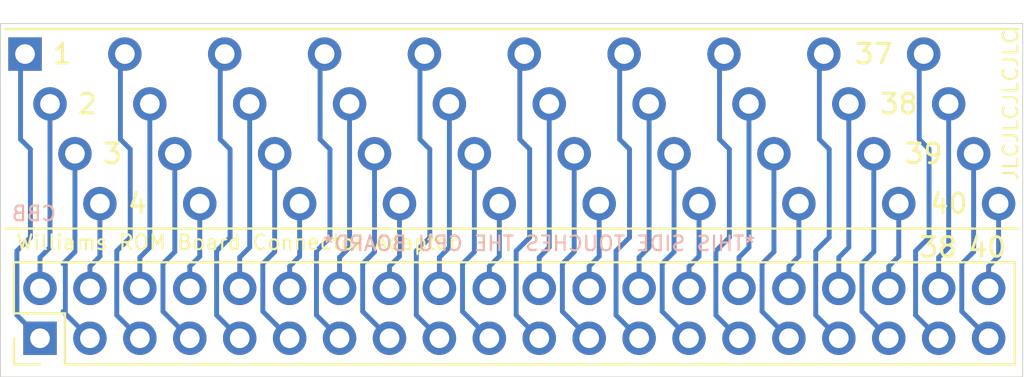
<source format=kicad_pcb>
(kicad_pcb (version 20171130) (host pcbnew "(5.1.9)-1")

  (general
    (thickness 1.6)
    (drawings 10)
    (tracks 162)
    (zones 0)
    (modules 2)
    (nets 41)
  )

  (page A4)
  (layers
    (0 F.Cu signal)
    (31 B.Cu signal)
    (32 B.Adhes user)
    (33 F.Adhes user)
    (34 B.Paste user)
    (35 F.Paste user)
    (36 B.SilkS user)
    (37 F.SilkS user)
    (38 B.Mask user)
    (39 F.Mask user)
    (40 Dwgs.User user)
    (41 Cmts.User user)
    (42 Eco1.User user)
    (43 Eco2.User user)
    (44 Edge.Cuts user)
    (45 Margin user)
    (46 B.CrtYd user hide)
    (47 F.CrtYd user hide)
    (48 B.Fab user hide)
    (49 F.Fab user hide)
  )

  (setup
    (last_trace_width 0.25)
    (trace_clearance 0.2)
    (zone_clearance 0.508)
    (zone_45_only no)
    (trace_min 0.2)
    (via_size 0.8)
    (via_drill 0.4)
    (via_min_size 0.4)
    (via_min_drill 0.3)
    (uvia_size 0.3)
    (uvia_drill 0.1)
    (uvias_allowed no)
    (uvia_min_size 0.2)
    (uvia_min_drill 0.1)
    (edge_width 0.05)
    (segment_width 0.2)
    (pcb_text_width 0.3)
    (pcb_text_size 1.5 1.5)
    (mod_edge_width 0.12)
    (mod_text_size 1 1)
    (mod_text_width 0.15)
    (pad_size 1.7 1.7)
    (pad_drill 1)
    (pad_to_mask_clearance 0)
    (aux_axis_origin 0 0)
    (visible_elements 7FFFFFFF)
    (pcbplotparams
      (layerselection 0x010f0_ffffffff)
      (usegerberextensions false)
      (usegerberattributes true)
      (usegerberadvancedattributes true)
      (creategerberjobfile true)
      (excludeedgelayer true)
      (linewidth 0.100000)
      (plotframeref false)
      (viasonmask false)
      (mode 1)
      (useauxorigin false)
      (hpglpennumber 1)
      (hpglpenspeed 20)
      (hpglpendiameter 15.000000)
      (psnegative false)
      (psa4output false)
      (plotreference true)
      (plotvalue true)
      (plotinvisibletext false)
      (padsonsilk false)
      (subtractmaskfromsilk false)
      (outputformat 1)
      (mirror false)
      (drillshape 0)
      (scaleselection 1)
      (outputdirectory "v1/"))
  )

  (net 0 "")
  (net 1 "Net-(J1-Pad1)")
  (net 2 "Net-(J1-Pad2)")
  (net 3 "Net-(J1-Pad3)")
  (net 4 "Net-(J1-Pad4)")
  (net 5 "Net-(J1-Pad5)")
  (net 6 "Net-(J1-Pad6)")
  (net 7 "Net-(J1-Pad7)")
  (net 8 "Net-(J1-Pad8)")
  (net 9 "Net-(J1-Pad9)")
  (net 10 "Net-(J1-Pad10)")
  (net 11 "Net-(J1-Pad11)")
  (net 12 "Net-(J1-Pad12)")
  (net 13 "Net-(J1-Pad13)")
  (net 14 "Net-(J1-Pad14)")
  (net 15 "Net-(J1-Pad15)")
  (net 16 "Net-(J1-Pad16)")
  (net 17 "Net-(J1-Pad17)")
  (net 18 "Net-(J1-Pad18)")
  (net 19 "Net-(J1-Pad19)")
  (net 20 "Net-(J1-Pad20)")
  (net 21 "Net-(J1-Pad21)")
  (net 22 "Net-(J1-Pad22)")
  (net 23 "Net-(J1-Pad23)")
  (net 24 "Net-(J1-Pad24)")
  (net 25 "Net-(J1-Pad25)")
  (net 26 "Net-(J1-Pad26)")
  (net 27 "Net-(J1-Pad27)")
  (net 28 "Net-(J1-Pad28)")
  (net 29 "Net-(J1-Pad29)")
  (net 30 "Net-(J1-Pad30)")
  (net 31 "Net-(J1-Pad31)")
  (net 32 "Net-(J1-Pad32)")
  (net 33 "Net-(J1-Pad33)")
  (net 34 "Net-(J1-Pad34)")
  (net 35 "Net-(J1-Pad35)")
  (net 36 "Net-(J1-Pad36)")
  (net 37 "Net-(J1-Pad37)")
  (net 38 "Net-(J1-Pad38)")
  (net 39 "Net-(J1-Pad39)")
  (net 40 "Net-(J1-Pad40)")

  (net_class Default "This is the default net class."
    (clearance 0.2)
    (trace_width 0.25)
    (via_dia 0.8)
    (via_drill 0.4)
    (uvia_dia 0.3)
    (uvia_drill 0.1)
    (add_net "Net-(J1-Pad1)")
    (add_net "Net-(J1-Pad10)")
    (add_net "Net-(J1-Pad11)")
    (add_net "Net-(J1-Pad12)")
    (add_net "Net-(J1-Pad13)")
    (add_net "Net-(J1-Pad14)")
    (add_net "Net-(J1-Pad15)")
    (add_net "Net-(J1-Pad16)")
    (add_net "Net-(J1-Pad17)")
    (add_net "Net-(J1-Pad18)")
    (add_net "Net-(J1-Pad19)")
    (add_net "Net-(J1-Pad2)")
    (add_net "Net-(J1-Pad20)")
    (add_net "Net-(J1-Pad21)")
    (add_net "Net-(J1-Pad22)")
    (add_net "Net-(J1-Pad23)")
    (add_net "Net-(J1-Pad24)")
    (add_net "Net-(J1-Pad25)")
    (add_net "Net-(J1-Pad26)")
    (add_net "Net-(J1-Pad27)")
    (add_net "Net-(J1-Pad28)")
    (add_net "Net-(J1-Pad29)")
    (add_net "Net-(J1-Pad3)")
    (add_net "Net-(J1-Pad30)")
    (add_net "Net-(J1-Pad31)")
    (add_net "Net-(J1-Pad32)")
    (add_net "Net-(J1-Pad33)")
    (add_net "Net-(J1-Pad34)")
    (add_net "Net-(J1-Pad35)")
    (add_net "Net-(J1-Pad36)")
    (add_net "Net-(J1-Pad37)")
    (add_net "Net-(J1-Pad38)")
    (add_net "Net-(J1-Pad39)")
    (add_net "Net-(J1-Pad4)")
    (add_net "Net-(J1-Pad40)")
    (add_net "Net-(J1-Pad5)")
    (add_net "Net-(J1-Pad6)")
    (add_net "Net-(J1-Pad7)")
    (add_net "Net-(J1-Pad8)")
    (add_net "Net-(J1-Pad9)")
  )

  (module Defenderthing:defe (layer F.Cu) (tedit 61B3F3E3) (tstamp 61C1FD41)
    (at 64.108 29.364)
    (descr "Through hole straight pin header, 2x20, 1.00mm pitch, double rows")
    (tags "Through hole pin header THT 2x20 1.00mm double row")
    (path /61B2A78A)
    (fp_text reference J1 (at -22.86 2.54 90 unlocked) (layer F.SilkS) hide
      (effects (font (size 1 1) (thickness 0.15)))
    )
    (fp_text value Conn_01x40_Male (at 0 0) (layer F.Fab) hide
      (effects (font (size 1 1) (thickness 0.15)))
    )
    (fp_line (start -23.876 -5.08) (end 27.686 -5.08) (layer F.SilkS) (width 0.12))
    (fp_line (start -23.876 5.08) (end 27.686 5.08) (layer F.SilkS) (width 0.12))
    (fp_text user 37 (at 20.32 -3.81) (layer F.SilkS)
      (effects (font (size 1 1) (thickness 0.15)))
    )
    (fp_text user 38 (at 21.59 -1.27) (layer F.SilkS)
      (effects (font (size 1 1) (thickness 0.15)))
    )
    (fp_text user 39 (at 22.86 1.27) (layer F.SilkS)
      (effects (font (size 1 1) (thickness 0.15)))
    )
    (fp_text user 40 (at 24.13 3.81) (layer F.SilkS)
      (effects (font (size 1 1) (thickness 0.15)))
    )
    (fp_text user 4 (at -17.145 3.81) (layer F.SilkS)
      (effects (font (size 1 1) (thickness 0.15)))
    )
    (fp_text user 3 (at -18.415 1.27) (layer F.SilkS)
      (effects (font (size 1 1) (thickness 0.15)))
    )
    (fp_text user 2 (at -19.685 -1.27) (layer F.SilkS)
      (effects (font (size 1 1) (thickness 0.15)))
    )
    (fp_text user 1 (at -20.955 -3.81) (layer F.SilkS)
      (effects (font (size 1 1) (thickness 0.15)))
    )
    (fp_text user %R (at 0 -5.715) (layer F.Fab)
      (effects (font (size 1 1) (thickness 0.15)))
    )
    (pad 1 thru_hole rect (at -22.86 -3.81 90) (size 1.7 1.7) (drill 1) (layers *.Cu *.Mask)
      (net 1 "Net-(J1-Pad1)"))
    (pad 2 thru_hole oval (at -21.59 -1.27 90) (size 1.7 1.7) (drill 1) (layers *.Cu *.Mask)
      (net 2 "Net-(J1-Pad2)"))
    (pad 3 thru_hole oval (at -20.32 1.27 90) (size 1.7 1.7) (drill 1) (layers *.Cu *.Mask)
      (net 3 "Net-(J1-Pad3)"))
    (pad 4 thru_hole oval (at -19.05 3.81 90) (size 1.7 1.7) (drill 1) (layers *.Cu *.Mask)
      (net 4 "Net-(J1-Pad4)"))
    (pad 5 thru_hole oval (at -17.78 -3.81 90) (size 1.7 1.7) (drill 1) (layers *.Cu *.Mask)
      (net 5 "Net-(J1-Pad5)"))
    (pad 6 thru_hole oval (at -16.51 -1.27 90) (size 1.7 1.7) (drill 1) (layers *.Cu *.Mask)
      (net 6 "Net-(J1-Pad6)"))
    (pad 7 thru_hole oval (at -15.24 1.27 90) (size 1.7 1.7) (drill 1) (layers *.Cu *.Mask)
      (net 7 "Net-(J1-Pad7)"))
    (pad 8 thru_hole oval (at -13.97 3.81 90) (size 1.7 1.7) (drill 1) (layers *.Cu *.Mask)
      (net 8 "Net-(J1-Pad8)"))
    (pad 9 thru_hole oval (at -12.7 -3.81 90) (size 1.7 1.7) (drill 1) (layers *.Cu *.Mask)
      (net 9 "Net-(J1-Pad9)"))
    (pad 10 thru_hole oval (at -11.43 -1.27 90) (size 1.7 1.7) (drill 1) (layers *.Cu *.Mask)
      (net 10 "Net-(J1-Pad10)"))
    (pad 11 thru_hole oval (at -10.16 1.27 90) (size 1.7 1.7) (drill 1) (layers *.Cu *.Mask)
      (net 11 "Net-(J1-Pad11)"))
    (pad 12 thru_hole oval (at -8.89 3.81 90) (size 1.7 1.7) (drill 1) (layers *.Cu *.Mask)
      (net 12 "Net-(J1-Pad12)"))
    (pad 13 thru_hole oval (at -7.62 -3.81 90) (size 1.7 1.7) (drill 1) (layers *.Cu *.Mask)
      (net 13 "Net-(J1-Pad13)"))
    (pad 14 thru_hole oval (at -6.35 -1.27 90) (size 1.7 1.7) (drill 1) (layers *.Cu *.Mask)
      (net 14 "Net-(J1-Pad14)"))
    (pad 15 thru_hole oval (at -5.08 1.27 90) (size 1.7 1.7) (drill 1) (layers *.Cu *.Mask)
      (net 15 "Net-(J1-Pad15)"))
    (pad 16 thru_hole oval (at -3.81 3.81 90) (size 1.7 1.7) (drill 1) (layers *.Cu *.Mask)
      (net 16 "Net-(J1-Pad16)"))
    (pad 17 thru_hole oval (at -2.54 -3.81 90) (size 1.7 1.7) (drill 1) (layers *.Cu *.Mask)
      (net 17 "Net-(J1-Pad17)"))
    (pad 18 thru_hole oval (at -1.27 -1.27 90) (size 1.7 1.7) (drill 1) (layers *.Cu *.Mask)
      (net 18 "Net-(J1-Pad18)"))
    (pad 19 thru_hole oval (at 0 1.27 90) (size 1.7 1.7) (drill 1) (layers *.Cu *.Mask)
      (net 19 "Net-(J1-Pad19)"))
    (pad 20 thru_hole oval (at 1.27 3.81 90) (size 1.7 1.7) (drill 1) (layers *.Cu *.Mask)
      (net 20 "Net-(J1-Pad20)"))
    (pad 21 thru_hole oval (at 2.54 -3.81 90) (size 1.7 1.7) (drill 1) (layers *.Cu *.Mask)
      (net 21 "Net-(J1-Pad21)"))
    (pad 22 thru_hole oval (at 3.81 -1.27 90) (size 1.7 1.7) (drill 1) (layers *.Cu *.Mask)
      (net 22 "Net-(J1-Pad22)"))
    (pad 23 thru_hole oval (at 5.08 1.27 90) (size 1.7 1.7) (drill 1) (layers *.Cu *.Mask)
      (net 23 "Net-(J1-Pad23)"))
    (pad 24 thru_hole oval (at 6.35 3.81 90) (size 1.7 1.7) (drill 1) (layers *.Cu *.Mask)
      (net 24 "Net-(J1-Pad24)"))
    (pad 25 thru_hole oval (at 7.62 -3.81 90) (size 1.7 1.7) (drill 1) (layers *.Cu *.Mask)
      (net 25 "Net-(J1-Pad25)"))
    (pad 26 thru_hole oval (at 8.89 -1.27 90) (size 1.7 1.7) (drill 1) (layers *.Cu *.Mask)
      (net 26 "Net-(J1-Pad26)"))
    (pad 27 thru_hole oval (at 10.16 1.27 90) (size 1.7 1.7) (drill 1) (layers *.Cu *.Mask)
      (net 27 "Net-(J1-Pad27)"))
    (pad 28 thru_hole oval (at 11.43 3.81 90) (size 1.7 1.7) (drill 1) (layers *.Cu *.Mask)
      (net 28 "Net-(J1-Pad28)"))
    (pad 29 thru_hole oval (at 12.7 -3.81 90) (size 1.7 1.7) (drill 1) (layers *.Cu *.Mask)
      (net 29 "Net-(J1-Pad29)"))
    (pad 30 thru_hole oval (at 13.97 -1.27 90) (size 1.7 1.7) (drill 1) (layers *.Cu *.Mask)
      (net 30 "Net-(J1-Pad30)"))
    (pad 31 thru_hole oval (at 15.24 1.27 90) (size 1.7 1.7) (drill 1) (layers *.Cu *.Mask)
      (net 31 "Net-(J1-Pad31)"))
    (pad 32 thru_hole oval (at 16.51 3.81 90) (size 1.7 1.7) (drill 1) (layers *.Cu *.Mask)
      (net 32 "Net-(J1-Pad32)"))
    (pad 33 thru_hole oval (at 17.78 -3.81 90) (size 1.7 1.7) (drill 1) (layers *.Cu *.Mask)
      (net 33 "Net-(J1-Pad33)"))
    (pad 34 thru_hole oval (at 19.05 -1.27 90) (size 1.7 1.7) (drill 1) (layers *.Cu *.Mask)
      (net 34 "Net-(J1-Pad34)"))
    (pad 35 thru_hole oval (at 20.32 1.27 90) (size 1.7 1.7) (drill 1) (layers *.Cu *.Mask)
      (net 35 "Net-(J1-Pad35)"))
    (pad 36 thru_hole oval (at 21.59 3.81 90) (size 1.7 1.7) (drill 1) (layers *.Cu *.Mask)
      (net 36 "Net-(J1-Pad36)"))
    (pad 37 thru_hole oval (at 22.86 -3.81 90) (size 1.7 1.7) (drill 1) (layers *.Cu *.Mask)
      (net 37 "Net-(J1-Pad37)"))
    (pad 38 thru_hole oval (at 24.13 -1.27 90) (size 1.7 1.7) (drill 1) (layers *.Cu *.Mask)
      (net 38 "Net-(J1-Pad38)"))
    (pad 39 thru_hole oval (at 25.4 1.27 90) (size 1.7 1.7) (drill 1) (layers *.Cu *.Mask)
      (net 39 "Net-(J1-Pad39)"))
    (pad 40 thru_hole oval (at 26.67 3.81 90) (size 1.7 1.7) (drill 1) (layers *.Cu *.Mask)
      (net 40 "Net-(J1-Pad40)"))
  )

  (module Connector_PinHeader_2.54mm:PinHeader_2x20_P2.54mm_Vertical (layer F.Cu) (tedit 59FED5CC) (tstamp 61C1FD7F)
    (at 42.01 40.032 90)
    (descr "Through hole straight pin header, 2x20, 2.54mm pitch, double rows")
    (tags "Through hole pin header THT 2x20 2.54mm double row")
    (path /61B3342C)
    (fp_text reference J2 (at 1.27 -2.33 90) (layer F.SilkS) hide
      (effects (font (size 1 1) (thickness 0.15)))
    )
    (fp_text value Conn_01x40_Female (at 1.27 50.59 90) (layer F.Fab)
      (effects (font (size 1 1) (thickness 0.15)))
    )
    (fp_line (start 0 -1.27) (end 3.81 -1.27) (layer F.Fab) (width 0.1))
    (fp_line (start 3.81 -1.27) (end 3.81 49.53) (layer F.Fab) (width 0.1))
    (fp_line (start 3.81 49.53) (end -1.27 49.53) (layer F.Fab) (width 0.1))
    (fp_line (start -1.27 49.53) (end -1.27 0) (layer F.Fab) (width 0.1))
    (fp_line (start -1.27 0) (end 0 -1.27) (layer F.Fab) (width 0.1))
    (fp_line (start -1.33 49.59) (end 3.87 49.59) (layer F.SilkS) (width 0.12))
    (fp_line (start -1.33 1.27) (end -1.33 49.59) (layer F.SilkS) (width 0.12))
    (fp_line (start 3.87 -1.33) (end 3.87 49.59) (layer F.SilkS) (width 0.12))
    (fp_line (start -1.33 1.27) (end 1.27 1.27) (layer F.SilkS) (width 0.12))
    (fp_line (start 1.27 1.27) (end 1.27 -1.33) (layer F.SilkS) (width 0.12))
    (fp_line (start 1.27 -1.33) (end 3.87 -1.33) (layer F.SilkS) (width 0.12))
    (fp_line (start -1.33 0) (end -1.33 -1.33) (layer F.SilkS) (width 0.12))
    (fp_line (start -1.33 -1.33) (end 0 -1.33) (layer F.SilkS) (width 0.12))
    (fp_line (start -1.8 -1.8) (end -1.8 50.05) (layer F.CrtYd) (width 0.05))
    (fp_line (start -1.8 50.05) (end 4.35 50.05) (layer F.CrtYd) (width 0.05))
    (fp_line (start 4.35 50.05) (end 4.35 -1.8) (layer F.CrtYd) (width 0.05))
    (fp_line (start 4.35 -1.8) (end -1.8 -1.8) (layer F.CrtYd) (width 0.05))
    (fp_text user %R (at 1.27 24.13) (layer F.Fab)
      (effects (font (size 1 1) (thickness 0.15)))
    )
    (pad 40 thru_hole oval (at 2.54 48.26 90) (size 1.7 1.7) (drill 1) (layers *.Cu *.Mask)
      (net 40 "Net-(J1-Pad40)"))
    (pad 39 thru_hole oval (at 0 48.26 90) (size 1.7 1.7) (drill 1) (layers *.Cu *.Mask)
      (net 39 "Net-(J1-Pad39)"))
    (pad 38 thru_hole oval (at 2.54 45.72 90) (size 1.7 1.7) (drill 1) (layers *.Cu *.Mask)
      (net 38 "Net-(J1-Pad38)"))
    (pad 37 thru_hole oval (at 0 45.72 90) (size 1.7 1.7) (drill 1) (layers *.Cu *.Mask)
      (net 37 "Net-(J1-Pad37)"))
    (pad 36 thru_hole oval (at 2.54 43.18 90) (size 1.7 1.7) (drill 1) (layers *.Cu *.Mask)
      (net 36 "Net-(J1-Pad36)"))
    (pad 35 thru_hole oval (at 0 43.18 90) (size 1.7 1.7) (drill 1) (layers *.Cu *.Mask)
      (net 35 "Net-(J1-Pad35)"))
    (pad 34 thru_hole oval (at 2.54 40.64 90) (size 1.7 1.7) (drill 1) (layers *.Cu *.Mask)
      (net 34 "Net-(J1-Pad34)"))
    (pad 33 thru_hole oval (at 0 40.64 90) (size 1.7 1.7) (drill 1) (layers *.Cu *.Mask)
      (net 33 "Net-(J1-Pad33)"))
    (pad 32 thru_hole oval (at 2.54 38.1 90) (size 1.7 1.7) (drill 1) (layers *.Cu *.Mask)
      (net 32 "Net-(J1-Pad32)"))
    (pad 31 thru_hole oval (at 0 38.1 90) (size 1.7 1.7) (drill 1) (layers *.Cu *.Mask)
      (net 31 "Net-(J1-Pad31)"))
    (pad 30 thru_hole oval (at 2.54 35.56 90) (size 1.7 1.7) (drill 1) (layers *.Cu *.Mask)
      (net 30 "Net-(J1-Pad30)"))
    (pad 29 thru_hole oval (at 0 35.56 90) (size 1.7 1.7) (drill 1) (layers *.Cu *.Mask)
      (net 29 "Net-(J1-Pad29)"))
    (pad 28 thru_hole oval (at 2.54 33.02 90) (size 1.7 1.7) (drill 1) (layers *.Cu *.Mask)
      (net 28 "Net-(J1-Pad28)"))
    (pad 27 thru_hole oval (at 0 33.02 90) (size 1.7 1.7) (drill 1) (layers *.Cu *.Mask)
      (net 27 "Net-(J1-Pad27)"))
    (pad 26 thru_hole oval (at 2.54 30.48 90) (size 1.7 1.7) (drill 1) (layers *.Cu *.Mask)
      (net 26 "Net-(J1-Pad26)"))
    (pad 25 thru_hole oval (at 0 30.48 90) (size 1.7 1.7) (drill 1) (layers *.Cu *.Mask)
      (net 25 "Net-(J1-Pad25)"))
    (pad 24 thru_hole oval (at 2.54 27.94 90) (size 1.7 1.7) (drill 1) (layers *.Cu *.Mask)
      (net 24 "Net-(J1-Pad24)"))
    (pad 23 thru_hole oval (at 0 27.94 90) (size 1.7 1.7) (drill 1) (layers *.Cu *.Mask)
      (net 23 "Net-(J1-Pad23)"))
    (pad 22 thru_hole oval (at 2.54 25.4 90) (size 1.7 1.7) (drill 1) (layers *.Cu *.Mask)
      (net 22 "Net-(J1-Pad22)"))
    (pad 21 thru_hole oval (at 0 25.4 90) (size 1.7 1.7) (drill 1) (layers *.Cu *.Mask)
      (net 21 "Net-(J1-Pad21)"))
    (pad 20 thru_hole oval (at 2.54 22.86 90) (size 1.7 1.7) (drill 1) (layers *.Cu *.Mask)
      (net 20 "Net-(J1-Pad20)"))
    (pad 19 thru_hole oval (at 0 22.86 90) (size 1.7 1.7) (drill 1) (layers *.Cu *.Mask)
      (net 19 "Net-(J1-Pad19)"))
    (pad 18 thru_hole oval (at 2.54 20.32 90) (size 1.7 1.7) (drill 1) (layers *.Cu *.Mask)
      (net 18 "Net-(J1-Pad18)"))
    (pad 17 thru_hole oval (at 0 20.32 90) (size 1.7 1.7) (drill 1) (layers *.Cu *.Mask)
      (net 17 "Net-(J1-Pad17)"))
    (pad 16 thru_hole oval (at 2.54 17.78 90) (size 1.7 1.7) (drill 1) (layers *.Cu *.Mask)
      (net 16 "Net-(J1-Pad16)"))
    (pad 15 thru_hole oval (at 0 17.78 90) (size 1.7 1.7) (drill 1) (layers *.Cu *.Mask)
      (net 15 "Net-(J1-Pad15)"))
    (pad 14 thru_hole oval (at 2.54 15.24 90) (size 1.7 1.7) (drill 1) (layers *.Cu *.Mask)
      (net 14 "Net-(J1-Pad14)"))
    (pad 13 thru_hole oval (at 0 15.24 90) (size 1.7 1.7) (drill 1) (layers *.Cu *.Mask)
      (net 13 "Net-(J1-Pad13)"))
    (pad 12 thru_hole oval (at 2.54 12.7 90) (size 1.7 1.7) (drill 1) (layers *.Cu *.Mask)
      (net 12 "Net-(J1-Pad12)"))
    (pad 11 thru_hole oval (at 0 12.7 90) (size 1.7 1.7) (drill 1) (layers *.Cu *.Mask)
      (net 11 "Net-(J1-Pad11)"))
    (pad 10 thru_hole oval (at 2.54 10.16 90) (size 1.7 1.7) (drill 1) (layers *.Cu *.Mask)
      (net 10 "Net-(J1-Pad10)"))
    (pad 9 thru_hole oval (at 0 10.16 90) (size 1.7 1.7) (drill 1) (layers *.Cu *.Mask)
      (net 9 "Net-(J1-Pad9)"))
    (pad 8 thru_hole oval (at 2.54 7.62 90) (size 1.7 1.7) (drill 1) (layers *.Cu *.Mask)
      (net 8 "Net-(J1-Pad8)"))
    (pad 7 thru_hole oval (at 0 7.62 90) (size 1.7 1.7) (drill 1) (layers *.Cu *.Mask)
      (net 7 "Net-(J1-Pad7)"))
    (pad 6 thru_hole oval (at 2.54 5.08 90) (size 1.7 1.7) (drill 1) (layers *.Cu *.Mask)
      (net 6 "Net-(J1-Pad6)"))
    (pad 5 thru_hole oval (at 0 5.08 90) (size 1.7 1.7) (drill 1) (layers *.Cu *.Mask)
      (net 5 "Net-(J1-Pad5)"))
    (pad 4 thru_hole oval (at 2.54 2.54 90) (size 1.7 1.7) (drill 1) (layers *.Cu *.Mask)
      (net 4 "Net-(J1-Pad4)"))
    (pad 3 thru_hole oval (at 0 2.54 90) (size 1.7 1.7) (drill 1) (layers *.Cu *.Mask)
      (net 3 "Net-(J1-Pad3)"))
    (pad 2 thru_hole oval (at 2.54 0 90) (size 1.7 1.7) (drill 1) (layers *.Cu *.Mask)
      (net 2 "Net-(J1-Pad2)"))
    (pad 1 thru_hole rect (at 0 0 90) (size 1.7 1.7) (drill 1) (layers *.Cu *.Mask)
      (net 1 "Net-(J1-Pad1)"))
    (model ${KISYS3DMOD}/Connector_PinHeader_2.54mm.3dshapes/PinHeader_2x20_P2.54mm_Vertical.wrl
      (at (xyz 0 0 0))
      (scale (xyz 1 1 1))
      (rotate (xyz 0 0 0))
    )
  )

  (gr_line (start 40 42) (end 40 24) (layer Edge.Cuts) (width 0.05) (tstamp 61BB59DA))
  (gr_line (start 92 42) (end 40 42) (layer Edge.Cuts) (width 0.05))
  (gr_line (start 92 24) (end 92 42) (layer Edge.Cuts) (width 0.05))
  (gr_line (start 40 24) (end 92 24) (layer Edge.Cuts) (width 0.05))
  (gr_text "*THIS SIDE TOUCHES THE CPU BOARD*" (at 67.41 35.206) (layer B.SilkS) (tstamp 61B470F9)
    (effects (font (size 0.75 0.75) (thickness 0.11)) (justify mirror))
  )
  (gr_text CBB (at 42.899 33.682) (layer B.SilkS) (tstamp 61B46F07)
    (effects (font (size 0.75 0.75) (thickness 0.11)) (justify left mirror))
  )
  (gr_text "JLCJLCJLCJLC\n" (at 91.392 28.15 90) (layer F.SilkS) (tstamp 61C20129)
    (effects (font (size 0.75 0.75) (thickness 0.11)))
  )
  (gr_text 38 (at 87.7 35.4) (layer F.SilkS)
    (effects (font (size 1 1) (thickness 0.15)))
  )
  (gr_text 40 (at 90.2 35.4) (layer F.SilkS)
    (effects (font (size 1 1) (thickness 0.15)))
  )
  (gr_text "Williams ROM Board Connector Adapter " (at 40.74 35.15) (layer F.SilkS)
    (effects (font (size 0.75 0.75) (thickness 0.11)) (justify left))
  )

  (segment (start 41.52 34.9) (end 41.52 30.4) (width 0.25) (layer B.Cu) (net 1) (tstamp 61B46B34))
  (segment (start 42.01 40.032) (end 40.834999 38.856999) (width 0.25) (layer B.Cu) (net 1) (tstamp 61B46B38))
  (segment (start 41.02 29.9) (end 41.02 25.782) (width 0.25) (layer B.Cu) (net 1) (tstamp 61B46B3A))
  (segment (start 40.834999 35.585001) (end 41.52 34.9) (width 0.25) (layer B.Cu) (net 1) (tstamp 61B46B3B))
  (segment (start 41.52 30.4) (end 41.02 29.9) (width 0.25) (layer B.Cu) (net 1) (tstamp 61B46B41))
  (segment (start 40.834999 38.856999) (end 40.834999 35.585001) (width 0.25) (layer B.Cu) (net 1) (tstamp 61B46B43))
  (segment (start 42.518 35.402) (end 42.518 28.094) (width 0.25) (layer B.Cu) (net 2) (tstamp 61B46B35))
  (segment (start 42.01 37.492) (end 42.01 35.91) (width 0.25) (layer B.Cu) (net 2) (tstamp 61B46B37))
  (segment (start 42.01 35.91) (end 42.518 35.402) (width 0.25) (layer B.Cu) (net 2) (tstamp 61B46B3C))
  (segment (start 43.185001 36.234999) (end 43.788 35.632) (width 0.25) (layer B.Cu) (net 3) (tstamp 61B46B39))
  (segment (start 43.3 38.667001) (end 43.3 36.234999) (width 0.25) (layer B.Cu) (net 3) (tstamp 61B46B3E))
  (segment (start 43.788 35.632) (end 43.788 30.634) (width 0.25) (layer B.Cu) (net 3) (tstamp 61B46B40))
  (segment (start 44.55 40.032) (end 43.185001 38.667001) (width 0.25) (layer B.Cu) (net 3) (tstamp 61B46B42))
  (segment (start 45.058 35.862) (end 45.058 33.174) (width 0.25) (layer B.Cu) (net 4) (tstamp 61B46B36))
  (segment (start 44.55 36.37) (end 45.058 35.862) (width 0.25) (layer B.Cu) (net 4) (tstamp 61B46B3D))
  (segment (start 44.55 37.492) (end 44.55 36.37) (width 0.25) (layer B.Cu) (net 4) (tstamp 61B46B3F))
  (segment (start 45.914999 38.856999) (end 45.914999 35.585001) (width 0.25) (layer B.Cu) (net 5))
  (segment (start 47.09 40.032) (end 45.914999 38.856999) (width 0.25) (layer B.Cu) (net 5))
  (segment (start 45.914999 35.585001) (end 46.6 34.9) (width 0.25) (layer B.Cu) (net 5))
  (segment (start 46.6 34.9) (end 46.6 30.4) (width 0.25) (layer B.Cu) (net 5))
  (segment (start 46.6 30.4) (end 46.1 29.9) (width 0.25) (layer B.Cu) (net 5))
  (segment (start 46.1 25.782) (end 46.328 25.554) (width 0.25) (layer B.Cu) (net 5))
  (segment (start 46.1 29.9) (end 46.1 25.782) (width 0.25) (layer B.Cu) (net 5))
  (segment (start 47.09 37.492) (end 47.09 35.91) (width 0.25) (layer B.Cu) (net 6))
  (segment (start 47.598 35.402) (end 47.598 28.094) (width 0.25) (layer B.Cu) (net 6))
  (segment (start 47.09 35.91) (end 47.598 35.402) (width 0.25) (layer B.Cu) (net 6))
  (segment (start 48.265001 38.667001) (end 48.265001 36.234999) (width 0.25) (layer B.Cu) (net 7))
  (segment (start 49.63 40.032) (end 48.265001 38.667001) (width 0.25) (layer B.Cu) (net 7))
  (segment (start 48.868 35.632) (end 48.868 30.634) (width 0.25) (layer B.Cu) (net 7))
  (segment (start 48.265001 36.234999) (end 48.868 35.632) (width 0.25) (layer B.Cu) (net 7))
  (segment (start 49.63 37.492) (end 49.63 36.37) (width 0.25) (layer B.Cu) (net 8))
  (segment (start 50.138 35.862) (end 50.138 33.174) (width 0.25) (layer B.Cu) (net 8))
  (segment (start 49.63 36.37) (end 50.138 35.862) (width 0.25) (layer B.Cu) (net 8))
  (segment (start 51.68 34.9) (end 51.68 30.4) (width 0.25) (layer B.Cu) (net 9) (tstamp 61B46B34))
  (segment (start 52.17 40.032) (end 50.994999 38.856999) (width 0.25) (layer B.Cu) (net 9) (tstamp 61B46B38))
  (segment (start 51.18 29.9) (end 51.18 25.782) (width 0.25) (layer B.Cu) (net 9) (tstamp 61B46B3A))
  (segment (start 50.994999 35.585001) (end 51.68 34.9) (width 0.25) (layer B.Cu) (net 9) (tstamp 61B46B3B))
  (segment (start 51.68 30.4) (end 51.18 29.9) (width 0.25) (layer B.Cu) (net 9) (tstamp 61B46B41))
  (segment (start 50.994999 38.856999) (end 50.994999 35.585001) (width 0.25) (layer B.Cu) (net 9) (tstamp 61B46B43))
  (segment (start 52.678 35.402) (end 52.678 28.094) (width 0.25) (layer B.Cu) (net 10) (tstamp 61B46B35))
  (segment (start 52.17 37.492) (end 52.17 35.91) (width 0.25) (layer B.Cu) (net 10) (tstamp 61B46B37))
  (segment (start 52.17 35.91) (end 52.678 35.402) (width 0.25) (layer B.Cu) (net 10) (tstamp 61B46B3C))
  (segment (start 53.345001 36.234999) (end 53.948 35.632) (width 0.25) (layer B.Cu) (net 11) (tstamp 61B46B39))
  (segment (start 53.345001 38.667001) (end 53.345001 36.234999) (width 0.25) (layer B.Cu) (net 11) (tstamp 61B46B3E))
  (segment (start 53.948 35.632) (end 53.948 30.634) (width 0.25) (layer B.Cu) (net 11) (tstamp 61B46B40))
  (segment (start 54.71 40.032) (end 53.345001 38.667001) (width 0.25) (layer B.Cu) (net 11) (tstamp 61B46B42))
  (segment (start 55.218 35.862) (end 55.218 33.174) (width 0.25) (layer B.Cu) (net 12) (tstamp 61B46B36))
  (segment (start 54.71 36.37) (end 55.218 35.862) (width 0.25) (layer B.Cu) (net 12) (tstamp 61B46B3D))
  (segment (start 54.71 37.492) (end 54.71 36.37) (width 0.25) (layer B.Cu) (net 12) (tstamp 61B46B3F))
  (segment (start 56.76 34.9) (end 56.76 30.4) (width 0.25) (layer B.Cu) (net 13) (tstamp 61B46B34))
  (segment (start 57.25 40.032) (end 56.074999 38.856999) (width 0.25) (layer B.Cu) (net 13) (tstamp 61B46B38))
  (segment (start 56.26 29.9) (end 56.26 25.782) (width 0.25) (layer B.Cu) (net 13) (tstamp 61B46B3A))
  (segment (start 56.074999 35.585001) (end 56.76 34.9) (width 0.25) (layer B.Cu) (net 13) (tstamp 61B46B3B))
  (segment (start 56.76 30.4) (end 56.26 29.9) (width 0.25) (layer B.Cu) (net 13) (tstamp 61B46B41))
  (segment (start 56.074999 38.856999) (end 56.074999 35.585001) (width 0.25) (layer B.Cu) (net 13) (tstamp 61B46B43))
  (segment (start 57.758 35.402) (end 57.758 28.094) (width 0.25) (layer B.Cu) (net 14) (tstamp 61B46B35))
  (segment (start 57.25 37.492) (end 57.25 35.91) (width 0.25) (layer B.Cu) (net 14) (tstamp 61B46B37))
  (segment (start 57.25 35.91) (end 57.758 35.402) (width 0.25) (layer B.Cu) (net 14) (tstamp 61B46B3C))
  (segment (start 58.425001 36.234999) (end 59.028 35.632) (width 0.25) (layer B.Cu) (net 15) (tstamp 61B46B39))
  (segment (start 58.425001 38.667001) (end 58.425001 36.234999) (width 0.25) (layer B.Cu) (net 15) (tstamp 61B46B3E))
  (segment (start 59.028 35.632) (end 59.028 30.634) (width 0.25) (layer B.Cu) (net 15) (tstamp 61B46B40))
  (segment (start 59.79 40.032) (end 58.425001 38.667001) (width 0.25) (layer B.Cu) (net 15) (tstamp 61B46B42))
  (segment (start 60.298 35.862) (end 60.298 33.174) (width 0.25) (layer B.Cu) (net 16) (tstamp 61B46B36))
  (segment (start 59.79 36.37) (end 60.298 35.862) (width 0.25) (layer B.Cu) (net 16) (tstamp 61B46B3D))
  (segment (start 59.79 37.492) (end 59.79 36.37) (width 0.25) (layer B.Cu) (net 16) (tstamp 61B46B3F))
  (segment (start 61.84 34.9) (end 61.84 30.4) (width 0.25) (layer B.Cu) (net 17) (tstamp 61B46B34))
  (segment (start 62.33 40.032) (end 61.154999 38.856999) (width 0.25) (layer B.Cu) (net 17) (tstamp 61B46B38))
  (segment (start 61.34 29.9) (end 61.34 25.782) (width 0.25) (layer B.Cu) (net 17) (tstamp 61B46B3A))
  (segment (start 61.154999 35.585001) (end 61.84 34.9) (width 0.25) (layer B.Cu) (net 17) (tstamp 61B46B3B))
  (segment (start 61.84 30.4) (end 61.34 29.9) (width 0.25) (layer B.Cu) (net 17) (tstamp 61B46B41))
  (segment (start 61.154999 38.856999) (end 61.154999 35.585001) (width 0.25) (layer B.Cu) (net 17) (tstamp 61B46B43))
  (segment (start 62.838 35.402) (end 62.838 28.094) (width 0.25) (layer B.Cu) (net 18) (tstamp 61B46B35))
  (segment (start 62.33 37.492) (end 62.33 35.91) (width 0.25) (layer B.Cu) (net 18) (tstamp 61B46B37))
  (segment (start 62.33 35.91) (end 62.838 35.402) (width 0.25) (layer B.Cu) (net 18) (tstamp 61B46B3C))
  (segment (start 63.505001 36.234999) (end 64.108 35.632) (width 0.25) (layer B.Cu) (net 19) (tstamp 61B46B39))
  (segment (start 63.505001 38.667001) (end 63.505001 36.234999) (width 0.25) (layer B.Cu) (net 19) (tstamp 61B46B3E))
  (segment (start 64.108 35.632) (end 64.108 30.634) (width 0.25) (layer B.Cu) (net 19) (tstamp 61B46B40))
  (segment (start 64.87 40.032) (end 63.505001 38.667001) (width 0.25) (layer B.Cu) (net 19) (tstamp 61B46B42))
  (segment (start 65.378 35.862) (end 65.378 33.174) (width 0.25) (layer B.Cu) (net 20) (tstamp 61B46B36))
  (segment (start 64.87 36.37) (end 65.378 35.862) (width 0.25) (layer B.Cu) (net 20) (tstamp 61B46B3D))
  (segment (start 64.87 37.492) (end 64.87 36.37) (width 0.25) (layer B.Cu) (net 20) (tstamp 61B46B3F))
  (segment (start 66.92 34.9) (end 66.92 30.4) (width 0.25) (layer B.Cu) (net 21) (tstamp 61B46B34))
  (segment (start 67.41 40.032) (end 66.234999 38.856999) (width 0.25) (layer B.Cu) (net 21) (tstamp 61B46B38))
  (segment (start 66.42 29.9) (end 66.42 25.782) (width 0.25) (layer B.Cu) (net 21) (tstamp 61B46B3A))
  (segment (start 66.234999 35.585001) (end 66.92 34.9) (width 0.25) (layer B.Cu) (net 21) (tstamp 61B46B3B))
  (segment (start 66.92 30.4) (end 66.42 29.9) (width 0.25) (layer B.Cu) (net 21) (tstamp 61B46B41))
  (segment (start 66.234999 38.856999) (end 66.234999 35.585001) (width 0.25) (layer B.Cu) (net 21) (tstamp 61B46B43))
  (segment (start 67.918 35.402) (end 67.918 28.094) (width 0.25) (layer B.Cu) (net 22) (tstamp 61B46B35))
  (segment (start 67.41 37.492) (end 67.41 35.91) (width 0.25) (layer B.Cu) (net 22) (tstamp 61B46B37))
  (segment (start 67.41 35.91) (end 67.918 35.402) (width 0.25) (layer B.Cu) (net 22) (tstamp 61B46B3C))
  (segment (start 68.585001 36.234999) (end 69.188 35.632) (width 0.25) (layer B.Cu) (net 23) (tstamp 61B46B39))
  (segment (start 68.585001 38.667001) (end 68.585001 36.234999) (width 0.25) (layer B.Cu) (net 23) (tstamp 61B46B3E))
  (segment (start 69.188 35.632) (end 69.188 30.634) (width 0.25) (layer B.Cu) (net 23) (tstamp 61B46B40))
  (segment (start 69.95 40.032) (end 68.585001 38.667001) (width 0.25) (layer B.Cu) (net 23) (tstamp 61B46B42))
  (segment (start 70.458 35.862) (end 70.458 33.174) (width 0.25) (layer B.Cu) (net 24) (tstamp 61B46B36))
  (segment (start 69.95 36.37) (end 70.458 35.862) (width 0.25) (layer B.Cu) (net 24) (tstamp 61B46B3D))
  (segment (start 69.95 37.492) (end 69.95 36.37) (width 0.25) (layer B.Cu) (net 24) (tstamp 61B46B3F))
  (segment (start 72 34.9) (end 72 30.4) (width 0.25) (layer B.Cu) (net 25) (tstamp 61B46B34))
  (segment (start 72.49 40.032) (end 71.314999 38.856999) (width 0.25) (layer B.Cu) (net 25) (tstamp 61B46B38))
  (segment (start 71.5 29.9) (end 71.5 25.782) (width 0.25) (layer B.Cu) (net 25) (tstamp 61B46B3A))
  (segment (start 71.314999 35.585001) (end 72 34.9) (width 0.25) (layer B.Cu) (net 25) (tstamp 61B46B3B))
  (segment (start 72 30.4) (end 71.5 29.9) (width 0.25) (layer B.Cu) (net 25) (tstamp 61B46B41))
  (segment (start 71.314999 38.856999) (end 71.314999 35.585001) (width 0.25) (layer B.Cu) (net 25) (tstamp 61B46B43))
  (segment (start 72.998 35.402) (end 72.998 28.094) (width 0.25) (layer B.Cu) (net 26) (tstamp 61B46B35))
  (segment (start 72.49 37.492) (end 72.49 35.91) (width 0.25) (layer B.Cu) (net 26) (tstamp 61B46B37))
  (segment (start 72.49 35.91) (end 72.998 35.402) (width 0.25) (layer B.Cu) (net 26) (tstamp 61B46B3C))
  (segment (start 73.665001 36.234999) (end 74.268 35.632) (width 0.25) (layer B.Cu) (net 27) (tstamp 61B46B39))
  (segment (start 73.665001 38.667001) (end 73.665001 36.234999) (width 0.25) (layer B.Cu) (net 27) (tstamp 61B46B3E))
  (segment (start 74.268 35.632) (end 74.268 30.634) (width 0.25) (layer B.Cu) (net 27) (tstamp 61B46B40))
  (segment (start 75.03 40.032) (end 73.665001 38.667001) (width 0.25) (layer B.Cu) (net 27) (tstamp 61B46B42))
  (segment (start 75.538 35.862) (end 75.538 33.174) (width 0.25) (layer B.Cu) (net 28) (tstamp 61B46B36))
  (segment (start 75.03 36.37) (end 75.538 35.862) (width 0.25) (layer B.Cu) (net 28) (tstamp 61B46B3D))
  (segment (start 75.03 37.492) (end 75.03 36.37) (width 0.25) (layer B.Cu) (net 28) (tstamp 61B46B3F))
  (segment (start 77.08 34.9) (end 77.08 30.4) (width 0.25) (layer B.Cu) (net 29) (tstamp 61B46B34))
  (segment (start 77.57 40.032) (end 76.394999 38.856999) (width 0.25) (layer B.Cu) (net 29) (tstamp 61B46B38))
  (segment (start 76.58 29.9) (end 76.58 25.782) (width 0.25) (layer B.Cu) (net 29) (tstamp 61B46B3A))
  (segment (start 76.394999 35.585001) (end 77.08 34.9) (width 0.25) (layer B.Cu) (net 29) (tstamp 61B46B3B))
  (segment (start 77.08 30.4) (end 76.58 29.9) (width 0.25) (layer B.Cu) (net 29) (tstamp 61B46B41))
  (segment (start 76.394999 38.856999) (end 76.394999 35.585001) (width 0.25) (layer B.Cu) (net 29) (tstamp 61B46B43))
  (segment (start 78.078 35.402) (end 78.078 28.094) (width 0.25) (layer B.Cu) (net 30) (tstamp 61B46B35))
  (segment (start 77.57 37.492) (end 77.57 35.91) (width 0.25) (layer B.Cu) (net 30) (tstamp 61B46B37))
  (segment (start 77.57 35.91) (end 78.078 35.402) (width 0.25) (layer B.Cu) (net 30) (tstamp 61B46B3C))
  (segment (start 78.745001 36.234999) (end 79.348 35.632) (width 0.25) (layer B.Cu) (net 31) (tstamp 61B46B39))
  (segment (start 78.745001 38.667001) (end 78.745001 36.234999) (width 0.25) (layer B.Cu) (net 31) (tstamp 61B46B3E))
  (segment (start 79.348 35.632) (end 79.348 30.634) (width 0.25) (layer B.Cu) (net 31) (tstamp 61B46B40))
  (segment (start 80.11 40.032) (end 78.745001 38.667001) (width 0.25) (layer B.Cu) (net 31) (tstamp 61B46B42))
  (segment (start 80.618 35.862) (end 80.618 33.174) (width 0.25) (layer B.Cu) (net 32) (tstamp 61B46B36))
  (segment (start 80.11 36.37) (end 80.618 35.862) (width 0.25) (layer B.Cu) (net 32) (tstamp 61B46B3D))
  (segment (start 80.11 37.492) (end 80.11 36.37) (width 0.25) (layer B.Cu) (net 32) (tstamp 61B46B3F))
  (segment (start 82.16 34.9) (end 82.16 30.4) (width 0.25) (layer B.Cu) (net 33) (tstamp 61B46B34))
  (segment (start 82.65 40.032) (end 81.474999 38.856999) (width 0.25) (layer B.Cu) (net 33) (tstamp 61B46B38))
  (segment (start 81.474999 35.585001) (end 82.16 34.9) (width 0.25) (layer B.Cu) (net 33) (tstamp 61B46B3B))
  (segment (start 82.16 30.4) (end 81.66 29.9) (width 0.25) (layer B.Cu) (net 33) (tstamp 61B46B41))
  (segment (start 81.474999 38.856999) (end 81.474999 35.585001) (width 0.25) (layer B.Cu) (net 33) (tstamp 61B46B43))
  (segment (start 81.66 25.782) (end 81.888 25.554) (width 0.25) (layer B.Cu) (net 33))
  (segment (start 81.66 29.9) (end 81.66 25.782) (width 0.25) (layer B.Cu) (net 33))
  (segment (start 83.158 35.402) (end 83.158 28.094) (width 0.25) (layer B.Cu) (net 34) (tstamp 61B46B35))
  (segment (start 82.65 37.492) (end 82.65 35.91) (width 0.25) (layer B.Cu) (net 34) (tstamp 61B46B37))
  (segment (start 82.65 35.91) (end 83.158 35.402) (width 0.25) (layer B.Cu) (net 34) (tstamp 61B46B3C))
  (segment (start 83.825001 36.234999) (end 84.428 35.632) (width 0.25) (layer B.Cu) (net 35) (tstamp 61B46B39))
  (segment (start 83.825001 38.667001) (end 83.825001 36.234999) (width 0.25) (layer B.Cu) (net 35) (tstamp 61B46B3E))
  (segment (start 84.428 35.632) (end 84.428 30.634) (width 0.25) (layer B.Cu) (net 35) (tstamp 61B46B40))
  (segment (start 85.19 40.032) (end 83.825001 38.667001) (width 0.25) (layer B.Cu) (net 35) (tstamp 61B46B42))
  (segment (start 85.698 35.862) (end 85.698 33.174) (width 0.25) (layer B.Cu) (net 36) (tstamp 61B46B36))
  (segment (start 85.19 36.37) (end 85.698 35.862) (width 0.25) (layer B.Cu) (net 36) (tstamp 61B46B3D))
  (segment (start 85.19 37.492) (end 85.19 36.37) (width 0.25) (layer B.Cu) (net 36) (tstamp 61B46B3F))
  (segment (start 87.24 34.9) (end 87.24 30.4) (width 0.25) (layer B.Cu) (net 37) (tstamp 61B46B34))
  (segment (start 87.73 40.032) (end 86.554999 38.856999) (width 0.25) (layer B.Cu) (net 37) (tstamp 61B46B38))
  (segment (start 86.74 29.9) (end 86.74 25.782) (width 0.25) (layer B.Cu) (net 37) (tstamp 61B46B3A))
  (segment (start 86.554999 35.585001) (end 87.24 34.9) (width 0.25) (layer B.Cu) (net 37) (tstamp 61B46B3B))
  (segment (start 87.24 30.4) (end 86.74 29.9) (width 0.25) (layer B.Cu) (net 37) (tstamp 61B46B41))
  (segment (start 86.554999 38.856999) (end 86.554999 35.585001) (width 0.25) (layer B.Cu) (net 37) (tstamp 61B46B43))
  (segment (start 88.238 35.402) (end 88.238 28.094) (width 0.25) (layer B.Cu) (net 38) (tstamp 61B46B35))
  (segment (start 87.73 37.492) (end 87.73 35.91) (width 0.25) (layer B.Cu) (net 38) (tstamp 61B46B37))
  (segment (start 87.73 35.91) (end 88.238 35.402) (width 0.25) (layer B.Cu) (net 38) (tstamp 61B46B3C))
  (segment (start 88.905001 36.234999) (end 89.508 35.632) (width 0.25) (layer B.Cu) (net 39) (tstamp 61B46B39))
  (segment (start 88.905001 38.667001) (end 88.905001 36.234999) (width 0.25) (layer B.Cu) (net 39) (tstamp 61B46B3E))
  (segment (start 89.508 35.632) (end 89.508 30.634) (width 0.25) (layer B.Cu) (net 39) (tstamp 61B46B40))
  (segment (start 90.27 40.032) (end 88.905001 38.667001) (width 0.25) (layer B.Cu) (net 39) (tstamp 61B46B42))
  (segment (start 90.778 35.862) (end 90.778 33.174) (width 0.25) (layer B.Cu) (net 40) (tstamp 61B46B36))
  (segment (start 90.27 36.37) (end 90.778 35.862) (width 0.25) (layer B.Cu) (net 40) (tstamp 61B46B3D))
  (segment (start 90.27 37.492) (end 90.27 36.37) (width 0.25) (layer B.Cu) (net 40) (tstamp 61B46B3F))

)

</source>
